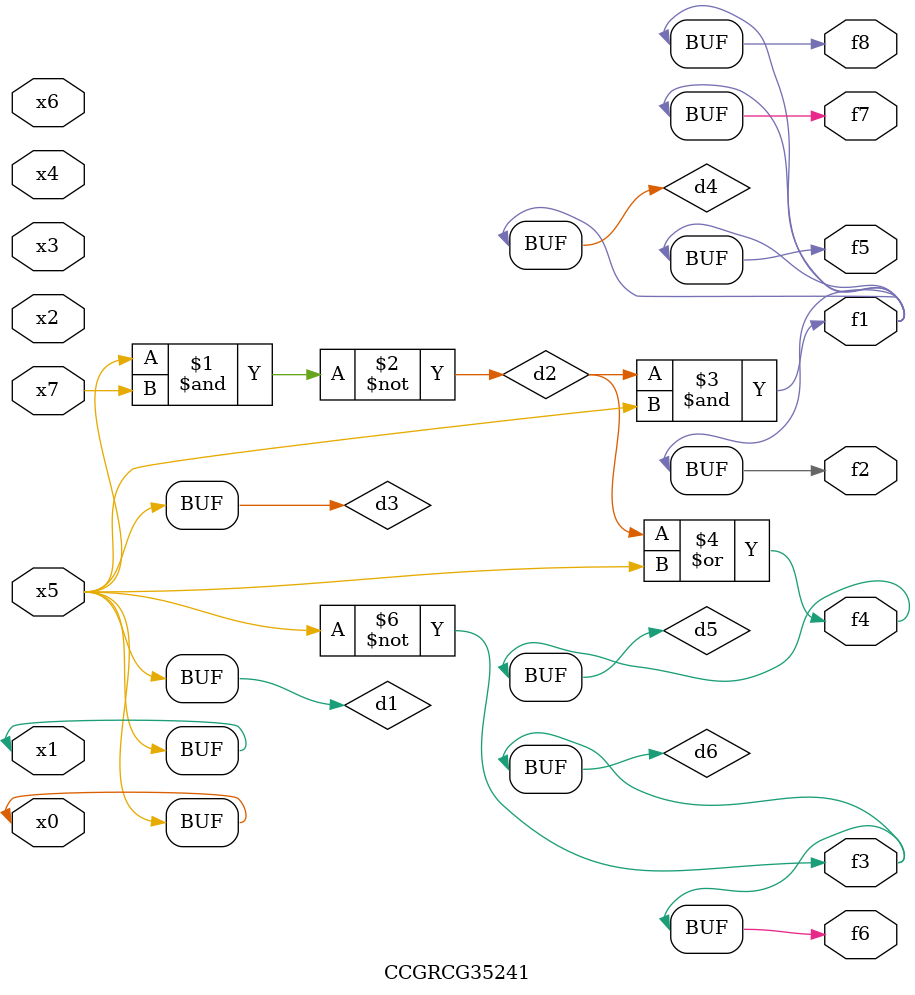
<source format=v>
module CCGRCG35241(
	input x0, x1, x2, x3, x4, x5, x6, x7,
	output f1, f2, f3, f4, f5, f6, f7, f8
);

	wire d1, d2, d3, d4, d5, d6;

	buf (d1, x0, x5);
	nand (d2, x5, x7);
	buf (d3, x0, x1);
	and (d4, d2, d3);
	or (d5, d2, d3);
	nor (d6, d1, d3);
	assign f1 = d4;
	assign f2 = d4;
	assign f3 = d6;
	assign f4 = d5;
	assign f5 = d4;
	assign f6 = d6;
	assign f7 = d4;
	assign f8 = d4;
endmodule

</source>
